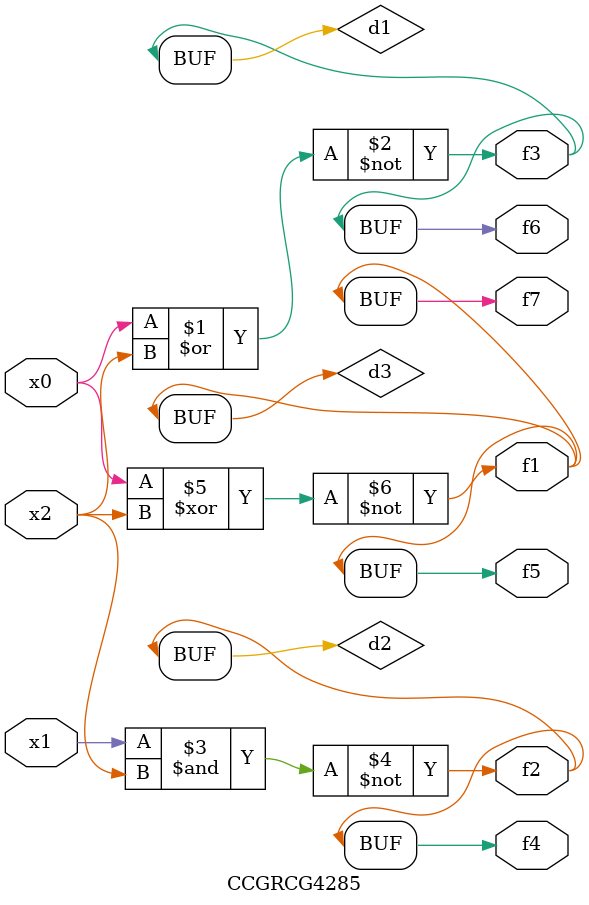
<source format=v>
module CCGRCG4285(
	input x0, x1, x2,
	output f1, f2, f3, f4, f5, f6, f7
);

	wire d1, d2, d3;

	nor (d1, x0, x2);
	nand (d2, x1, x2);
	xnor (d3, x0, x2);
	assign f1 = d3;
	assign f2 = d2;
	assign f3 = d1;
	assign f4 = d2;
	assign f5 = d3;
	assign f6 = d1;
	assign f7 = d3;
endmodule

</source>
